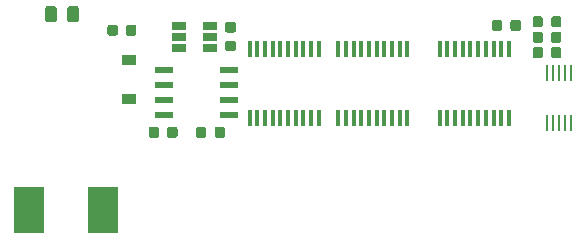
<source format=gbr>
G04 #@! TF.GenerationSoftware,KiCad,Pcbnew,(5.0.2)-1*
G04 #@! TF.CreationDate,2019-03-11T08:48:57-06:00*
G04 #@! TF.ProjectId,led_pi_board,6c65645f-7069-45f6-926f-6172642e6b69,rev?*
G04 #@! TF.SameCoordinates,Original*
G04 #@! TF.FileFunction,Paste,Top*
G04 #@! TF.FilePolarity,Positive*
%FSLAX46Y46*%
G04 Gerber Fmt 4.6, Leading zero omitted, Abs format (unit mm)*
G04 Created by KiCad (PCBNEW (5.0.2)-1) date 3/11/2019 8:48:57 AM*
%MOMM*%
%LPD*%
G01*
G04 APERTURE LIST*
%ADD10R,2.500000X4.000000*%
%ADD11R,1.524000X0.609600*%
%ADD12R,0.280000X1.470000*%
%ADD13C,0.100000*%
%ADD14C,0.875000*%
%ADD15R,0.355600X1.473200*%
%ADD16R,1.200000X0.900000*%
%ADD17R,1.220000X0.650000*%
%ADD18C,0.975000*%
G04 APERTURE END LIST*
D10*
G04 #@! TO.C,C3*
X114420000Y-128050000D03*
X108120000Y-128050000D03*
G04 #@! TD*
D11*
G04 #@! TO.C,U6*
X119556800Y-116210000D03*
X125043200Y-116210000D03*
X119556800Y-117480000D03*
X119556800Y-118750000D03*
X125043200Y-117480000D03*
X125043200Y-118750000D03*
X119556800Y-120020000D03*
X125043200Y-120020000D03*
G04 #@! TD*
D12*
G04 #@! TO.C,U5*
X152000000Y-116450000D03*
X152500000Y-116450000D03*
X153000000Y-116450000D03*
X153500000Y-116450000D03*
X154000000Y-116450000D03*
X154000000Y-120750000D03*
X153500000Y-120750000D03*
X153000000Y-120750000D03*
X152500000Y-120750000D03*
X152000000Y-120750000D03*
G04 #@! TD*
D13*
G04 #@! TO.C,C4*
G36*
X151452691Y-111676053D02*
X151473926Y-111679203D01*
X151494750Y-111684419D01*
X151514962Y-111691651D01*
X151534368Y-111700830D01*
X151552781Y-111711866D01*
X151570024Y-111724654D01*
X151585930Y-111739070D01*
X151600346Y-111754976D01*
X151613134Y-111772219D01*
X151624170Y-111790632D01*
X151633349Y-111810038D01*
X151640581Y-111830250D01*
X151645797Y-111851074D01*
X151648947Y-111872309D01*
X151650000Y-111893750D01*
X151650000Y-112406250D01*
X151648947Y-112427691D01*
X151645797Y-112448926D01*
X151640581Y-112469750D01*
X151633349Y-112489962D01*
X151624170Y-112509368D01*
X151613134Y-112527781D01*
X151600346Y-112545024D01*
X151585930Y-112560930D01*
X151570024Y-112575346D01*
X151552781Y-112588134D01*
X151534368Y-112599170D01*
X151514962Y-112608349D01*
X151494750Y-112615581D01*
X151473926Y-112620797D01*
X151452691Y-112623947D01*
X151431250Y-112625000D01*
X150993750Y-112625000D01*
X150972309Y-112623947D01*
X150951074Y-112620797D01*
X150930250Y-112615581D01*
X150910038Y-112608349D01*
X150890632Y-112599170D01*
X150872219Y-112588134D01*
X150854976Y-112575346D01*
X150839070Y-112560930D01*
X150824654Y-112545024D01*
X150811866Y-112527781D01*
X150800830Y-112509368D01*
X150791651Y-112489962D01*
X150784419Y-112469750D01*
X150779203Y-112448926D01*
X150776053Y-112427691D01*
X150775000Y-112406250D01*
X150775000Y-111893750D01*
X150776053Y-111872309D01*
X150779203Y-111851074D01*
X150784419Y-111830250D01*
X150791651Y-111810038D01*
X150800830Y-111790632D01*
X150811866Y-111772219D01*
X150824654Y-111754976D01*
X150839070Y-111739070D01*
X150854976Y-111724654D01*
X150872219Y-111711866D01*
X150890632Y-111700830D01*
X150910038Y-111691651D01*
X150930250Y-111684419D01*
X150951074Y-111679203D01*
X150972309Y-111676053D01*
X150993750Y-111675000D01*
X151431250Y-111675000D01*
X151452691Y-111676053D01*
X151452691Y-111676053D01*
G37*
D14*
X151212500Y-112150000D03*
D13*
G36*
X153027691Y-111676053D02*
X153048926Y-111679203D01*
X153069750Y-111684419D01*
X153089962Y-111691651D01*
X153109368Y-111700830D01*
X153127781Y-111711866D01*
X153145024Y-111724654D01*
X153160930Y-111739070D01*
X153175346Y-111754976D01*
X153188134Y-111772219D01*
X153199170Y-111790632D01*
X153208349Y-111810038D01*
X153215581Y-111830250D01*
X153220797Y-111851074D01*
X153223947Y-111872309D01*
X153225000Y-111893750D01*
X153225000Y-112406250D01*
X153223947Y-112427691D01*
X153220797Y-112448926D01*
X153215581Y-112469750D01*
X153208349Y-112489962D01*
X153199170Y-112509368D01*
X153188134Y-112527781D01*
X153175346Y-112545024D01*
X153160930Y-112560930D01*
X153145024Y-112575346D01*
X153127781Y-112588134D01*
X153109368Y-112599170D01*
X153089962Y-112608349D01*
X153069750Y-112615581D01*
X153048926Y-112620797D01*
X153027691Y-112623947D01*
X153006250Y-112625000D01*
X152568750Y-112625000D01*
X152547309Y-112623947D01*
X152526074Y-112620797D01*
X152505250Y-112615581D01*
X152485038Y-112608349D01*
X152465632Y-112599170D01*
X152447219Y-112588134D01*
X152429976Y-112575346D01*
X152414070Y-112560930D01*
X152399654Y-112545024D01*
X152386866Y-112527781D01*
X152375830Y-112509368D01*
X152366651Y-112489962D01*
X152359419Y-112469750D01*
X152354203Y-112448926D01*
X152351053Y-112427691D01*
X152350000Y-112406250D01*
X152350000Y-111893750D01*
X152351053Y-111872309D01*
X152354203Y-111851074D01*
X152359419Y-111830250D01*
X152366651Y-111810038D01*
X152375830Y-111790632D01*
X152386866Y-111772219D01*
X152399654Y-111754976D01*
X152414070Y-111739070D01*
X152429976Y-111724654D01*
X152447219Y-111711866D01*
X152465632Y-111700830D01*
X152485038Y-111691651D01*
X152505250Y-111684419D01*
X152526074Y-111679203D01*
X152547309Y-111676053D01*
X152568750Y-111675000D01*
X153006250Y-111675000D01*
X153027691Y-111676053D01*
X153027691Y-111676053D01*
G37*
D14*
X152787500Y-112150000D03*
G04 #@! TD*
D15*
G04 #@! TO.C,U4*
X148771000Y-114429000D03*
X148136000Y-114429000D03*
X147475600Y-114429000D03*
X146815200Y-114429000D03*
X146180200Y-114429000D03*
X145519800Y-114429000D03*
X144884800Y-114429000D03*
X144224400Y-114429000D03*
X143564000Y-114429000D03*
X142929000Y-114429000D03*
X142929000Y-120271000D03*
X143564000Y-120271000D03*
X144224400Y-120271000D03*
X144884800Y-120271000D03*
X145519800Y-120271000D03*
X146180200Y-120271000D03*
X146815200Y-120271000D03*
X147475600Y-120271000D03*
X148136000Y-120271000D03*
X148771000Y-120271000D03*
G04 #@! TD*
G04 #@! TO.C,U3*
X140171000Y-114429000D03*
X139536000Y-114429000D03*
X138875600Y-114429000D03*
X138215200Y-114429000D03*
X137580200Y-114429000D03*
X136919800Y-114429000D03*
X136284800Y-114429000D03*
X135624400Y-114429000D03*
X134964000Y-114429000D03*
X134329000Y-114429000D03*
X134329000Y-120271000D03*
X134964000Y-120271000D03*
X135624400Y-120271000D03*
X136284800Y-120271000D03*
X136919800Y-120271000D03*
X137580200Y-120271000D03*
X138215200Y-120271000D03*
X138875600Y-120271000D03*
X139536000Y-120271000D03*
X140171000Y-120271000D03*
G04 #@! TD*
G04 #@! TO.C,U2*
X132671000Y-114429000D03*
X132036000Y-114429000D03*
X131375600Y-114429000D03*
X130715200Y-114429000D03*
X130080200Y-114429000D03*
X129419800Y-114429000D03*
X128784800Y-114429000D03*
X128124400Y-114429000D03*
X127464000Y-114429000D03*
X126829000Y-114429000D03*
X126829000Y-120271000D03*
X127464000Y-120271000D03*
X128124400Y-120271000D03*
X128784800Y-120271000D03*
X129419800Y-120271000D03*
X130080200Y-120271000D03*
X130715200Y-120271000D03*
X131375600Y-120271000D03*
X132036000Y-120271000D03*
X132671000Y-120271000D03*
G04 #@! TD*
D16*
G04 #@! TO.C,D1*
X116600000Y-115350000D03*
X116600000Y-118650000D03*
G04 #@! TD*
D17*
G04 #@! TO.C,U1*
X120840000Y-112500000D03*
X120840000Y-113450000D03*
X120840000Y-114400000D03*
X123460000Y-114400000D03*
X123460000Y-113450000D03*
X123460000Y-112500000D03*
G04 #@! TD*
D13*
G04 #@! TO.C,D2*
G36*
X118952691Y-121026053D02*
X118973926Y-121029203D01*
X118994750Y-121034419D01*
X119014962Y-121041651D01*
X119034368Y-121050830D01*
X119052781Y-121061866D01*
X119070024Y-121074654D01*
X119085930Y-121089070D01*
X119100346Y-121104976D01*
X119113134Y-121122219D01*
X119124170Y-121140632D01*
X119133349Y-121160038D01*
X119140581Y-121180250D01*
X119145797Y-121201074D01*
X119148947Y-121222309D01*
X119150000Y-121243750D01*
X119150000Y-121756250D01*
X119148947Y-121777691D01*
X119145797Y-121798926D01*
X119140581Y-121819750D01*
X119133349Y-121839962D01*
X119124170Y-121859368D01*
X119113134Y-121877781D01*
X119100346Y-121895024D01*
X119085930Y-121910930D01*
X119070024Y-121925346D01*
X119052781Y-121938134D01*
X119034368Y-121949170D01*
X119014962Y-121958349D01*
X118994750Y-121965581D01*
X118973926Y-121970797D01*
X118952691Y-121973947D01*
X118931250Y-121975000D01*
X118493750Y-121975000D01*
X118472309Y-121973947D01*
X118451074Y-121970797D01*
X118430250Y-121965581D01*
X118410038Y-121958349D01*
X118390632Y-121949170D01*
X118372219Y-121938134D01*
X118354976Y-121925346D01*
X118339070Y-121910930D01*
X118324654Y-121895024D01*
X118311866Y-121877781D01*
X118300830Y-121859368D01*
X118291651Y-121839962D01*
X118284419Y-121819750D01*
X118279203Y-121798926D01*
X118276053Y-121777691D01*
X118275000Y-121756250D01*
X118275000Y-121243750D01*
X118276053Y-121222309D01*
X118279203Y-121201074D01*
X118284419Y-121180250D01*
X118291651Y-121160038D01*
X118300830Y-121140632D01*
X118311866Y-121122219D01*
X118324654Y-121104976D01*
X118339070Y-121089070D01*
X118354976Y-121074654D01*
X118372219Y-121061866D01*
X118390632Y-121050830D01*
X118410038Y-121041651D01*
X118430250Y-121034419D01*
X118451074Y-121029203D01*
X118472309Y-121026053D01*
X118493750Y-121025000D01*
X118931250Y-121025000D01*
X118952691Y-121026053D01*
X118952691Y-121026053D01*
G37*
D14*
X118712500Y-121500000D03*
D13*
G36*
X120527691Y-121026053D02*
X120548926Y-121029203D01*
X120569750Y-121034419D01*
X120589962Y-121041651D01*
X120609368Y-121050830D01*
X120627781Y-121061866D01*
X120645024Y-121074654D01*
X120660930Y-121089070D01*
X120675346Y-121104976D01*
X120688134Y-121122219D01*
X120699170Y-121140632D01*
X120708349Y-121160038D01*
X120715581Y-121180250D01*
X120720797Y-121201074D01*
X120723947Y-121222309D01*
X120725000Y-121243750D01*
X120725000Y-121756250D01*
X120723947Y-121777691D01*
X120720797Y-121798926D01*
X120715581Y-121819750D01*
X120708349Y-121839962D01*
X120699170Y-121859368D01*
X120688134Y-121877781D01*
X120675346Y-121895024D01*
X120660930Y-121910930D01*
X120645024Y-121925346D01*
X120627781Y-121938134D01*
X120609368Y-121949170D01*
X120589962Y-121958349D01*
X120569750Y-121965581D01*
X120548926Y-121970797D01*
X120527691Y-121973947D01*
X120506250Y-121975000D01*
X120068750Y-121975000D01*
X120047309Y-121973947D01*
X120026074Y-121970797D01*
X120005250Y-121965581D01*
X119985038Y-121958349D01*
X119965632Y-121949170D01*
X119947219Y-121938134D01*
X119929976Y-121925346D01*
X119914070Y-121910930D01*
X119899654Y-121895024D01*
X119886866Y-121877781D01*
X119875830Y-121859368D01*
X119866651Y-121839962D01*
X119859419Y-121819750D01*
X119854203Y-121798926D01*
X119851053Y-121777691D01*
X119850000Y-121756250D01*
X119850000Y-121243750D01*
X119851053Y-121222309D01*
X119854203Y-121201074D01*
X119859419Y-121180250D01*
X119866651Y-121160038D01*
X119875830Y-121140632D01*
X119886866Y-121122219D01*
X119899654Y-121104976D01*
X119914070Y-121089070D01*
X119929976Y-121074654D01*
X119947219Y-121061866D01*
X119965632Y-121050830D01*
X119985038Y-121041651D01*
X120005250Y-121034419D01*
X120026074Y-121029203D01*
X120047309Y-121026053D01*
X120068750Y-121025000D01*
X120506250Y-121025000D01*
X120527691Y-121026053D01*
X120527691Y-121026053D01*
G37*
D14*
X120287500Y-121500000D03*
G04 #@! TD*
D13*
G04 #@! TO.C,C2*
G36*
X117040191Y-112376053D02*
X117061426Y-112379203D01*
X117082250Y-112384419D01*
X117102462Y-112391651D01*
X117121868Y-112400830D01*
X117140281Y-112411866D01*
X117157524Y-112424654D01*
X117173430Y-112439070D01*
X117187846Y-112454976D01*
X117200634Y-112472219D01*
X117211670Y-112490632D01*
X117220849Y-112510038D01*
X117228081Y-112530250D01*
X117233297Y-112551074D01*
X117236447Y-112572309D01*
X117237500Y-112593750D01*
X117237500Y-113106250D01*
X117236447Y-113127691D01*
X117233297Y-113148926D01*
X117228081Y-113169750D01*
X117220849Y-113189962D01*
X117211670Y-113209368D01*
X117200634Y-113227781D01*
X117187846Y-113245024D01*
X117173430Y-113260930D01*
X117157524Y-113275346D01*
X117140281Y-113288134D01*
X117121868Y-113299170D01*
X117102462Y-113308349D01*
X117082250Y-113315581D01*
X117061426Y-113320797D01*
X117040191Y-113323947D01*
X117018750Y-113325000D01*
X116581250Y-113325000D01*
X116559809Y-113323947D01*
X116538574Y-113320797D01*
X116517750Y-113315581D01*
X116497538Y-113308349D01*
X116478132Y-113299170D01*
X116459719Y-113288134D01*
X116442476Y-113275346D01*
X116426570Y-113260930D01*
X116412154Y-113245024D01*
X116399366Y-113227781D01*
X116388330Y-113209368D01*
X116379151Y-113189962D01*
X116371919Y-113169750D01*
X116366703Y-113148926D01*
X116363553Y-113127691D01*
X116362500Y-113106250D01*
X116362500Y-112593750D01*
X116363553Y-112572309D01*
X116366703Y-112551074D01*
X116371919Y-112530250D01*
X116379151Y-112510038D01*
X116388330Y-112490632D01*
X116399366Y-112472219D01*
X116412154Y-112454976D01*
X116426570Y-112439070D01*
X116442476Y-112424654D01*
X116459719Y-112411866D01*
X116478132Y-112400830D01*
X116497538Y-112391651D01*
X116517750Y-112384419D01*
X116538574Y-112379203D01*
X116559809Y-112376053D01*
X116581250Y-112375000D01*
X117018750Y-112375000D01*
X117040191Y-112376053D01*
X117040191Y-112376053D01*
G37*
D14*
X116800000Y-112850000D03*
D13*
G36*
X115465191Y-112376053D02*
X115486426Y-112379203D01*
X115507250Y-112384419D01*
X115527462Y-112391651D01*
X115546868Y-112400830D01*
X115565281Y-112411866D01*
X115582524Y-112424654D01*
X115598430Y-112439070D01*
X115612846Y-112454976D01*
X115625634Y-112472219D01*
X115636670Y-112490632D01*
X115645849Y-112510038D01*
X115653081Y-112530250D01*
X115658297Y-112551074D01*
X115661447Y-112572309D01*
X115662500Y-112593750D01*
X115662500Y-113106250D01*
X115661447Y-113127691D01*
X115658297Y-113148926D01*
X115653081Y-113169750D01*
X115645849Y-113189962D01*
X115636670Y-113209368D01*
X115625634Y-113227781D01*
X115612846Y-113245024D01*
X115598430Y-113260930D01*
X115582524Y-113275346D01*
X115565281Y-113288134D01*
X115546868Y-113299170D01*
X115527462Y-113308349D01*
X115507250Y-113315581D01*
X115486426Y-113320797D01*
X115465191Y-113323947D01*
X115443750Y-113325000D01*
X115006250Y-113325000D01*
X114984809Y-113323947D01*
X114963574Y-113320797D01*
X114942750Y-113315581D01*
X114922538Y-113308349D01*
X114903132Y-113299170D01*
X114884719Y-113288134D01*
X114867476Y-113275346D01*
X114851570Y-113260930D01*
X114837154Y-113245024D01*
X114824366Y-113227781D01*
X114813330Y-113209368D01*
X114804151Y-113189962D01*
X114796919Y-113169750D01*
X114791703Y-113148926D01*
X114788553Y-113127691D01*
X114787500Y-113106250D01*
X114787500Y-112593750D01*
X114788553Y-112572309D01*
X114791703Y-112551074D01*
X114796919Y-112530250D01*
X114804151Y-112510038D01*
X114813330Y-112490632D01*
X114824366Y-112472219D01*
X114837154Y-112454976D01*
X114851570Y-112439070D01*
X114867476Y-112424654D01*
X114884719Y-112411866D01*
X114903132Y-112400830D01*
X114922538Y-112391651D01*
X114942750Y-112384419D01*
X114963574Y-112379203D01*
X114984809Y-112376053D01*
X115006250Y-112375000D01*
X115443750Y-112375000D01*
X115465191Y-112376053D01*
X115465191Y-112376053D01*
G37*
D14*
X115225000Y-112850000D03*
G04 #@! TD*
D13*
G04 #@! TO.C,C1*
G36*
X112142642Y-110801174D02*
X112166303Y-110804684D01*
X112189507Y-110810496D01*
X112212029Y-110818554D01*
X112233653Y-110828782D01*
X112254170Y-110841079D01*
X112273383Y-110855329D01*
X112291107Y-110871393D01*
X112307171Y-110889117D01*
X112321421Y-110908330D01*
X112333718Y-110928847D01*
X112343946Y-110950471D01*
X112352004Y-110972993D01*
X112357816Y-110996197D01*
X112361326Y-111019858D01*
X112362500Y-111043750D01*
X112362500Y-111956250D01*
X112361326Y-111980142D01*
X112357816Y-112003803D01*
X112352004Y-112027007D01*
X112343946Y-112049529D01*
X112333718Y-112071153D01*
X112321421Y-112091670D01*
X112307171Y-112110883D01*
X112291107Y-112128607D01*
X112273383Y-112144671D01*
X112254170Y-112158921D01*
X112233653Y-112171218D01*
X112212029Y-112181446D01*
X112189507Y-112189504D01*
X112166303Y-112195316D01*
X112142642Y-112198826D01*
X112118750Y-112200000D01*
X111631250Y-112200000D01*
X111607358Y-112198826D01*
X111583697Y-112195316D01*
X111560493Y-112189504D01*
X111537971Y-112181446D01*
X111516347Y-112171218D01*
X111495830Y-112158921D01*
X111476617Y-112144671D01*
X111458893Y-112128607D01*
X111442829Y-112110883D01*
X111428579Y-112091670D01*
X111416282Y-112071153D01*
X111406054Y-112049529D01*
X111397996Y-112027007D01*
X111392184Y-112003803D01*
X111388674Y-111980142D01*
X111387500Y-111956250D01*
X111387500Y-111043750D01*
X111388674Y-111019858D01*
X111392184Y-110996197D01*
X111397996Y-110972993D01*
X111406054Y-110950471D01*
X111416282Y-110928847D01*
X111428579Y-110908330D01*
X111442829Y-110889117D01*
X111458893Y-110871393D01*
X111476617Y-110855329D01*
X111495830Y-110841079D01*
X111516347Y-110828782D01*
X111537971Y-110818554D01*
X111560493Y-110810496D01*
X111583697Y-110804684D01*
X111607358Y-110801174D01*
X111631250Y-110800000D01*
X112118750Y-110800000D01*
X112142642Y-110801174D01*
X112142642Y-110801174D01*
G37*
D18*
X111875000Y-111500000D03*
D13*
G36*
X110267642Y-110801174D02*
X110291303Y-110804684D01*
X110314507Y-110810496D01*
X110337029Y-110818554D01*
X110358653Y-110828782D01*
X110379170Y-110841079D01*
X110398383Y-110855329D01*
X110416107Y-110871393D01*
X110432171Y-110889117D01*
X110446421Y-110908330D01*
X110458718Y-110928847D01*
X110468946Y-110950471D01*
X110477004Y-110972993D01*
X110482816Y-110996197D01*
X110486326Y-111019858D01*
X110487500Y-111043750D01*
X110487500Y-111956250D01*
X110486326Y-111980142D01*
X110482816Y-112003803D01*
X110477004Y-112027007D01*
X110468946Y-112049529D01*
X110458718Y-112071153D01*
X110446421Y-112091670D01*
X110432171Y-112110883D01*
X110416107Y-112128607D01*
X110398383Y-112144671D01*
X110379170Y-112158921D01*
X110358653Y-112171218D01*
X110337029Y-112181446D01*
X110314507Y-112189504D01*
X110291303Y-112195316D01*
X110267642Y-112198826D01*
X110243750Y-112200000D01*
X109756250Y-112200000D01*
X109732358Y-112198826D01*
X109708697Y-112195316D01*
X109685493Y-112189504D01*
X109662971Y-112181446D01*
X109641347Y-112171218D01*
X109620830Y-112158921D01*
X109601617Y-112144671D01*
X109583893Y-112128607D01*
X109567829Y-112110883D01*
X109553579Y-112091670D01*
X109541282Y-112071153D01*
X109531054Y-112049529D01*
X109522996Y-112027007D01*
X109517184Y-112003803D01*
X109513674Y-111980142D01*
X109512500Y-111956250D01*
X109512500Y-111043750D01*
X109513674Y-111019858D01*
X109517184Y-110996197D01*
X109522996Y-110972993D01*
X109531054Y-110950471D01*
X109541282Y-110928847D01*
X109553579Y-110908330D01*
X109567829Y-110889117D01*
X109583893Y-110871393D01*
X109601617Y-110855329D01*
X109620830Y-110841079D01*
X109641347Y-110828782D01*
X109662971Y-110818554D01*
X109685493Y-110810496D01*
X109708697Y-110804684D01*
X109732358Y-110801174D01*
X109756250Y-110800000D01*
X110243750Y-110800000D01*
X110267642Y-110801174D01*
X110267642Y-110801174D01*
G37*
D18*
X110000000Y-111500000D03*
G04 #@! TD*
D13*
G04 #@! TO.C,R1*
G36*
X125477691Y-113751053D02*
X125498926Y-113754203D01*
X125519750Y-113759419D01*
X125539962Y-113766651D01*
X125559368Y-113775830D01*
X125577781Y-113786866D01*
X125595024Y-113799654D01*
X125610930Y-113814070D01*
X125625346Y-113829976D01*
X125638134Y-113847219D01*
X125649170Y-113865632D01*
X125658349Y-113885038D01*
X125665581Y-113905250D01*
X125670797Y-113926074D01*
X125673947Y-113947309D01*
X125675000Y-113968750D01*
X125675000Y-114406250D01*
X125673947Y-114427691D01*
X125670797Y-114448926D01*
X125665581Y-114469750D01*
X125658349Y-114489962D01*
X125649170Y-114509368D01*
X125638134Y-114527781D01*
X125625346Y-114545024D01*
X125610930Y-114560930D01*
X125595024Y-114575346D01*
X125577781Y-114588134D01*
X125559368Y-114599170D01*
X125539962Y-114608349D01*
X125519750Y-114615581D01*
X125498926Y-114620797D01*
X125477691Y-114623947D01*
X125456250Y-114625000D01*
X124943750Y-114625000D01*
X124922309Y-114623947D01*
X124901074Y-114620797D01*
X124880250Y-114615581D01*
X124860038Y-114608349D01*
X124840632Y-114599170D01*
X124822219Y-114588134D01*
X124804976Y-114575346D01*
X124789070Y-114560930D01*
X124774654Y-114545024D01*
X124761866Y-114527781D01*
X124750830Y-114509368D01*
X124741651Y-114489962D01*
X124734419Y-114469750D01*
X124729203Y-114448926D01*
X124726053Y-114427691D01*
X124725000Y-114406250D01*
X124725000Y-113968750D01*
X124726053Y-113947309D01*
X124729203Y-113926074D01*
X124734419Y-113905250D01*
X124741651Y-113885038D01*
X124750830Y-113865632D01*
X124761866Y-113847219D01*
X124774654Y-113829976D01*
X124789070Y-113814070D01*
X124804976Y-113799654D01*
X124822219Y-113786866D01*
X124840632Y-113775830D01*
X124860038Y-113766651D01*
X124880250Y-113759419D01*
X124901074Y-113754203D01*
X124922309Y-113751053D01*
X124943750Y-113750000D01*
X125456250Y-113750000D01*
X125477691Y-113751053D01*
X125477691Y-113751053D01*
G37*
D14*
X125200000Y-114187500D03*
D13*
G36*
X125477691Y-112176053D02*
X125498926Y-112179203D01*
X125519750Y-112184419D01*
X125539962Y-112191651D01*
X125559368Y-112200830D01*
X125577781Y-112211866D01*
X125595024Y-112224654D01*
X125610930Y-112239070D01*
X125625346Y-112254976D01*
X125638134Y-112272219D01*
X125649170Y-112290632D01*
X125658349Y-112310038D01*
X125665581Y-112330250D01*
X125670797Y-112351074D01*
X125673947Y-112372309D01*
X125675000Y-112393750D01*
X125675000Y-112831250D01*
X125673947Y-112852691D01*
X125670797Y-112873926D01*
X125665581Y-112894750D01*
X125658349Y-112914962D01*
X125649170Y-112934368D01*
X125638134Y-112952781D01*
X125625346Y-112970024D01*
X125610930Y-112985930D01*
X125595024Y-113000346D01*
X125577781Y-113013134D01*
X125559368Y-113024170D01*
X125539962Y-113033349D01*
X125519750Y-113040581D01*
X125498926Y-113045797D01*
X125477691Y-113048947D01*
X125456250Y-113050000D01*
X124943750Y-113050000D01*
X124922309Y-113048947D01*
X124901074Y-113045797D01*
X124880250Y-113040581D01*
X124860038Y-113033349D01*
X124840632Y-113024170D01*
X124822219Y-113013134D01*
X124804976Y-113000346D01*
X124789070Y-112985930D01*
X124774654Y-112970024D01*
X124761866Y-112952781D01*
X124750830Y-112934368D01*
X124741651Y-112914962D01*
X124734419Y-112894750D01*
X124729203Y-112873926D01*
X124726053Y-112852691D01*
X124725000Y-112831250D01*
X124725000Y-112393750D01*
X124726053Y-112372309D01*
X124729203Y-112351074D01*
X124734419Y-112330250D01*
X124741651Y-112310038D01*
X124750830Y-112290632D01*
X124761866Y-112272219D01*
X124774654Y-112254976D01*
X124789070Y-112239070D01*
X124804976Y-112224654D01*
X124822219Y-112211866D01*
X124840632Y-112200830D01*
X124860038Y-112191651D01*
X124880250Y-112184419D01*
X124901074Y-112179203D01*
X124922309Y-112176053D01*
X124943750Y-112175000D01*
X125456250Y-112175000D01*
X125477691Y-112176053D01*
X125477691Y-112176053D01*
G37*
D14*
X125200000Y-112612500D03*
G04 #@! TD*
D13*
G04 #@! TO.C,R2*
G36*
X124527691Y-121026053D02*
X124548926Y-121029203D01*
X124569750Y-121034419D01*
X124589962Y-121041651D01*
X124609368Y-121050830D01*
X124627781Y-121061866D01*
X124645024Y-121074654D01*
X124660930Y-121089070D01*
X124675346Y-121104976D01*
X124688134Y-121122219D01*
X124699170Y-121140632D01*
X124708349Y-121160038D01*
X124715581Y-121180250D01*
X124720797Y-121201074D01*
X124723947Y-121222309D01*
X124725000Y-121243750D01*
X124725000Y-121756250D01*
X124723947Y-121777691D01*
X124720797Y-121798926D01*
X124715581Y-121819750D01*
X124708349Y-121839962D01*
X124699170Y-121859368D01*
X124688134Y-121877781D01*
X124675346Y-121895024D01*
X124660930Y-121910930D01*
X124645024Y-121925346D01*
X124627781Y-121938134D01*
X124609368Y-121949170D01*
X124589962Y-121958349D01*
X124569750Y-121965581D01*
X124548926Y-121970797D01*
X124527691Y-121973947D01*
X124506250Y-121975000D01*
X124068750Y-121975000D01*
X124047309Y-121973947D01*
X124026074Y-121970797D01*
X124005250Y-121965581D01*
X123985038Y-121958349D01*
X123965632Y-121949170D01*
X123947219Y-121938134D01*
X123929976Y-121925346D01*
X123914070Y-121910930D01*
X123899654Y-121895024D01*
X123886866Y-121877781D01*
X123875830Y-121859368D01*
X123866651Y-121839962D01*
X123859419Y-121819750D01*
X123854203Y-121798926D01*
X123851053Y-121777691D01*
X123850000Y-121756250D01*
X123850000Y-121243750D01*
X123851053Y-121222309D01*
X123854203Y-121201074D01*
X123859419Y-121180250D01*
X123866651Y-121160038D01*
X123875830Y-121140632D01*
X123886866Y-121122219D01*
X123899654Y-121104976D01*
X123914070Y-121089070D01*
X123929976Y-121074654D01*
X123947219Y-121061866D01*
X123965632Y-121050830D01*
X123985038Y-121041651D01*
X124005250Y-121034419D01*
X124026074Y-121029203D01*
X124047309Y-121026053D01*
X124068750Y-121025000D01*
X124506250Y-121025000D01*
X124527691Y-121026053D01*
X124527691Y-121026053D01*
G37*
D14*
X124287500Y-121500000D03*
D13*
G36*
X122952691Y-121026053D02*
X122973926Y-121029203D01*
X122994750Y-121034419D01*
X123014962Y-121041651D01*
X123034368Y-121050830D01*
X123052781Y-121061866D01*
X123070024Y-121074654D01*
X123085930Y-121089070D01*
X123100346Y-121104976D01*
X123113134Y-121122219D01*
X123124170Y-121140632D01*
X123133349Y-121160038D01*
X123140581Y-121180250D01*
X123145797Y-121201074D01*
X123148947Y-121222309D01*
X123150000Y-121243750D01*
X123150000Y-121756250D01*
X123148947Y-121777691D01*
X123145797Y-121798926D01*
X123140581Y-121819750D01*
X123133349Y-121839962D01*
X123124170Y-121859368D01*
X123113134Y-121877781D01*
X123100346Y-121895024D01*
X123085930Y-121910930D01*
X123070024Y-121925346D01*
X123052781Y-121938134D01*
X123034368Y-121949170D01*
X123014962Y-121958349D01*
X122994750Y-121965581D01*
X122973926Y-121970797D01*
X122952691Y-121973947D01*
X122931250Y-121975000D01*
X122493750Y-121975000D01*
X122472309Y-121973947D01*
X122451074Y-121970797D01*
X122430250Y-121965581D01*
X122410038Y-121958349D01*
X122390632Y-121949170D01*
X122372219Y-121938134D01*
X122354976Y-121925346D01*
X122339070Y-121910930D01*
X122324654Y-121895024D01*
X122311866Y-121877781D01*
X122300830Y-121859368D01*
X122291651Y-121839962D01*
X122284419Y-121819750D01*
X122279203Y-121798926D01*
X122276053Y-121777691D01*
X122275000Y-121756250D01*
X122275000Y-121243750D01*
X122276053Y-121222309D01*
X122279203Y-121201074D01*
X122284419Y-121180250D01*
X122291651Y-121160038D01*
X122300830Y-121140632D01*
X122311866Y-121122219D01*
X122324654Y-121104976D01*
X122339070Y-121089070D01*
X122354976Y-121074654D01*
X122372219Y-121061866D01*
X122390632Y-121050830D01*
X122410038Y-121041651D01*
X122430250Y-121034419D01*
X122451074Y-121029203D01*
X122472309Y-121026053D01*
X122493750Y-121025000D01*
X122931250Y-121025000D01*
X122952691Y-121026053D01*
X122952691Y-121026053D01*
G37*
D14*
X122712500Y-121500000D03*
G04 #@! TD*
D13*
G04 #@! TO.C,R3*
G36*
X149577691Y-111976053D02*
X149598926Y-111979203D01*
X149619750Y-111984419D01*
X149639962Y-111991651D01*
X149659368Y-112000830D01*
X149677781Y-112011866D01*
X149695024Y-112024654D01*
X149710930Y-112039070D01*
X149725346Y-112054976D01*
X149738134Y-112072219D01*
X149749170Y-112090632D01*
X149758349Y-112110038D01*
X149765581Y-112130250D01*
X149770797Y-112151074D01*
X149773947Y-112172309D01*
X149775000Y-112193750D01*
X149775000Y-112706250D01*
X149773947Y-112727691D01*
X149770797Y-112748926D01*
X149765581Y-112769750D01*
X149758349Y-112789962D01*
X149749170Y-112809368D01*
X149738134Y-112827781D01*
X149725346Y-112845024D01*
X149710930Y-112860930D01*
X149695024Y-112875346D01*
X149677781Y-112888134D01*
X149659368Y-112899170D01*
X149639962Y-112908349D01*
X149619750Y-112915581D01*
X149598926Y-112920797D01*
X149577691Y-112923947D01*
X149556250Y-112925000D01*
X149118750Y-112925000D01*
X149097309Y-112923947D01*
X149076074Y-112920797D01*
X149055250Y-112915581D01*
X149035038Y-112908349D01*
X149015632Y-112899170D01*
X148997219Y-112888134D01*
X148979976Y-112875346D01*
X148964070Y-112860930D01*
X148949654Y-112845024D01*
X148936866Y-112827781D01*
X148925830Y-112809368D01*
X148916651Y-112789962D01*
X148909419Y-112769750D01*
X148904203Y-112748926D01*
X148901053Y-112727691D01*
X148900000Y-112706250D01*
X148900000Y-112193750D01*
X148901053Y-112172309D01*
X148904203Y-112151074D01*
X148909419Y-112130250D01*
X148916651Y-112110038D01*
X148925830Y-112090632D01*
X148936866Y-112072219D01*
X148949654Y-112054976D01*
X148964070Y-112039070D01*
X148979976Y-112024654D01*
X148997219Y-112011866D01*
X149015632Y-112000830D01*
X149035038Y-111991651D01*
X149055250Y-111984419D01*
X149076074Y-111979203D01*
X149097309Y-111976053D01*
X149118750Y-111975000D01*
X149556250Y-111975000D01*
X149577691Y-111976053D01*
X149577691Y-111976053D01*
G37*
D14*
X149337500Y-112450000D03*
D13*
G36*
X148002691Y-111976053D02*
X148023926Y-111979203D01*
X148044750Y-111984419D01*
X148064962Y-111991651D01*
X148084368Y-112000830D01*
X148102781Y-112011866D01*
X148120024Y-112024654D01*
X148135930Y-112039070D01*
X148150346Y-112054976D01*
X148163134Y-112072219D01*
X148174170Y-112090632D01*
X148183349Y-112110038D01*
X148190581Y-112130250D01*
X148195797Y-112151074D01*
X148198947Y-112172309D01*
X148200000Y-112193750D01*
X148200000Y-112706250D01*
X148198947Y-112727691D01*
X148195797Y-112748926D01*
X148190581Y-112769750D01*
X148183349Y-112789962D01*
X148174170Y-112809368D01*
X148163134Y-112827781D01*
X148150346Y-112845024D01*
X148135930Y-112860930D01*
X148120024Y-112875346D01*
X148102781Y-112888134D01*
X148084368Y-112899170D01*
X148064962Y-112908349D01*
X148044750Y-112915581D01*
X148023926Y-112920797D01*
X148002691Y-112923947D01*
X147981250Y-112925000D01*
X147543750Y-112925000D01*
X147522309Y-112923947D01*
X147501074Y-112920797D01*
X147480250Y-112915581D01*
X147460038Y-112908349D01*
X147440632Y-112899170D01*
X147422219Y-112888134D01*
X147404976Y-112875346D01*
X147389070Y-112860930D01*
X147374654Y-112845024D01*
X147361866Y-112827781D01*
X147350830Y-112809368D01*
X147341651Y-112789962D01*
X147334419Y-112769750D01*
X147329203Y-112748926D01*
X147326053Y-112727691D01*
X147325000Y-112706250D01*
X147325000Y-112193750D01*
X147326053Y-112172309D01*
X147329203Y-112151074D01*
X147334419Y-112130250D01*
X147341651Y-112110038D01*
X147350830Y-112090632D01*
X147361866Y-112072219D01*
X147374654Y-112054976D01*
X147389070Y-112039070D01*
X147404976Y-112024654D01*
X147422219Y-112011866D01*
X147440632Y-112000830D01*
X147460038Y-111991651D01*
X147480250Y-111984419D01*
X147501074Y-111979203D01*
X147522309Y-111976053D01*
X147543750Y-111975000D01*
X147981250Y-111975000D01*
X148002691Y-111976053D01*
X148002691Y-111976053D01*
G37*
D14*
X147762500Y-112450000D03*
G04 #@! TD*
D13*
G04 #@! TO.C,R4*
G36*
X151452691Y-114276053D02*
X151473926Y-114279203D01*
X151494750Y-114284419D01*
X151514962Y-114291651D01*
X151534368Y-114300830D01*
X151552781Y-114311866D01*
X151570024Y-114324654D01*
X151585930Y-114339070D01*
X151600346Y-114354976D01*
X151613134Y-114372219D01*
X151624170Y-114390632D01*
X151633349Y-114410038D01*
X151640581Y-114430250D01*
X151645797Y-114451074D01*
X151648947Y-114472309D01*
X151650000Y-114493750D01*
X151650000Y-115006250D01*
X151648947Y-115027691D01*
X151645797Y-115048926D01*
X151640581Y-115069750D01*
X151633349Y-115089962D01*
X151624170Y-115109368D01*
X151613134Y-115127781D01*
X151600346Y-115145024D01*
X151585930Y-115160930D01*
X151570024Y-115175346D01*
X151552781Y-115188134D01*
X151534368Y-115199170D01*
X151514962Y-115208349D01*
X151494750Y-115215581D01*
X151473926Y-115220797D01*
X151452691Y-115223947D01*
X151431250Y-115225000D01*
X150993750Y-115225000D01*
X150972309Y-115223947D01*
X150951074Y-115220797D01*
X150930250Y-115215581D01*
X150910038Y-115208349D01*
X150890632Y-115199170D01*
X150872219Y-115188134D01*
X150854976Y-115175346D01*
X150839070Y-115160930D01*
X150824654Y-115145024D01*
X150811866Y-115127781D01*
X150800830Y-115109368D01*
X150791651Y-115089962D01*
X150784419Y-115069750D01*
X150779203Y-115048926D01*
X150776053Y-115027691D01*
X150775000Y-115006250D01*
X150775000Y-114493750D01*
X150776053Y-114472309D01*
X150779203Y-114451074D01*
X150784419Y-114430250D01*
X150791651Y-114410038D01*
X150800830Y-114390632D01*
X150811866Y-114372219D01*
X150824654Y-114354976D01*
X150839070Y-114339070D01*
X150854976Y-114324654D01*
X150872219Y-114311866D01*
X150890632Y-114300830D01*
X150910038Y-114291651D01*
X150930250Y-114284419D01*
X150951074Y-114279203D01*
X150972309Y-114276053D01*
X150993750Y-114275000D01*
X151431250Y-114275000D01*
X151452691Y-114276053D01*
X151452691Y-114276053D01*
G37*
D14*
X151212500Y-114750000D03*
D13*
G36*
X153027691Y-114276053D02*
X153048926Y-114279203D01*
X153069750Y-114284419D01*
X153089962Y-114291651D01*
X153109368Y-114300830D01*
X153127781Y-114311866D01*
X153145024Y-114324654D01*
X153160930Y-114339070D01*
X153175346Y-114354976D01*
X153188134Y-114372219D01*
X153199170Y-114390632D01*
X153208349Y-114410038D01*
X153215581Y-114430250D01*
X153220797Y-114451074D01*
X153223947Y-114472309D01*
X153225000Y-114493750D01*
X153225000Y-115006250D01*
X153223947Y-115027691D01*
X153220797Y-115048926D01*
X153215581Y-115069750D01*
X153208349Y-115089962D01*
X153199170Y-115109368D01*
X153188134Y-115127781D01*
X153175346Y-115145024D01*
X153160930Y-115160930D01*
X153145024Y-115175346D01*
X153127781Y-115188134D01*
X153109368Y-115199170D01*
X153089962Y-115208349D01*
X153069750Y-115215581D01*
X153048926Y-115220797D01*
X153027691Y-115223947D01*
X153006250Y-115225000D01*
X152568750Y-115225000D01*
X152547309Y-115223947D01*
X152526074Y-115220797D01*
X152505250Y-115215581D01*
X152485038Y-115208349D01*
X152465632Y-115199170D01*
X152447219Y-115188134D01*
X152429976Y-115175346D01*
X152414070Y-115160930D01*
X152399654Y-115145024D01*
X152386866Y-115127781D01*
X152375830Y-115109368D01*
X152366651Y-115089962D01*
X152359419Y-115069750D01*
X152354203Y-115048926D01*
X152351053Y-115027691D01*
X152350000Y-115006250D01*
X152350000Y-114493750D01*
X152351053Y-114472309D01*
X152354203Y-114451074D01*
X152359419Y-114430250D01*
X152366651Y-114410038D01*
X152375830Y-114390632D01*
X152386866Y-114372219D01*
X152399654Y-114354976D01*
X152414070Y-114339070D01*
X152429976Y-114324654D01*
X152447219Y-114311866D01*
X152465632Y-114300830D01*
X152485038Y-114291651D01*
X152505250Y-114284419D01*
X152526074Y-114279203D01*
X152547309Y-114276053D01*
X152568750Y-114275000D01*
X153006250Y-114275000D01*
X153027691Y-114276053D01*
X153027691Y-114276053D01*
G37*
D14*
X152787500Y-114750000D03*
G04 #@! TD*
D13*
G04 #@! TO.C,R5*
G36*
X153027691Y-112976053D02*
X153048926Y-112979203D01*
X153069750Y-112984419D01*
X153089962Y-112991651D01*
X153109368Y-113000830D01*
X153127781Y-113011866D01*
X153145024Y-113024654D01*
X153160930Y-113039070D01*
X153175346Y-113054976D01*
X153188134Y-113072219D01*
X153199170Y-113090632D01*
X153208349Y-113110038D01*
X153215581Y-113130250D01*
X153220797Y-113151074D01*
X153223947Y-113172309D01*
X153225000Y-113193750D01*
X153225000Y-113706250D01*
X153223947Y-113727691D01*
X153220797Y-113748926D01*
X153215581Y-113769750D01*
X153208349Y-113789962D01*
X153199170Y-113809368D01*
X153188134Y-113827781D01*
X153175346Y-113845024D01*
X153160930Y-113860930D01*
X153145024Y-113875346D01*
X153127781Y-113888134D01*
X153109368Y-113899170D01*
X153089962Y-113908349D01*
X153069750Y-113915581D01*
X153048926Y-113920797D01*
X153027691Y-113923947D01*
X153006250Y-113925000D01*
X152568750Y-113925000D01*
X152547309Y-113923947D01*
X152526074Y-113920797D01*
X152505250Y-113915581D01*
X152485038Y-113908349D01*
X152465632Y-113899170D01*
X152447219Y-113888134D01*
X152429976Y-113875346D01*
X152414070Y-113860930D01*
X152399654Y-113845024D01*
X152386866Y-113827781D01*
X152375830Y-113809368D01*
X152366651Y-113789962D01*
X152359419Y-113769750D01*
X152354203Y-113748926D01*
X152351053Y-113727691D01*
X152350000Y-113706250D01*
X152350000Y-113193750D01*
X152351053Y-113172309D01*
X152354203Y-113151074D01*
X152359419Y-113130250D01*
X152366651Y-113110038D01*
X152375830Y-113090632D01*
X152386866Y-113072219D01*
X152399654Y-113054976D01*
X152414070Y-113039070D01*
X152429976Y-113024654D01*
X152447219Y-113011866D01*
X152465632Y-113000830D01*
X152485038Y-112991651D01*
X152505250Y-112984419D01*
X152526074Y-112979203D01*
X152547309Y-112976053D01*
X152568750Y-112975000D01*
X153006250Y-112975000D01*
X153027691Y-112976053D01*
X153027691Y-112976053D01*
G37*
D14*
X152787500Y-113450000D03*
D13*
G36*
X151452691Y-112976053D02*
X151473926Y-112979203D01*
X151494750Y-112984419D01*
X151514962Y-112991651D01*
X151534368Y-113000830D01*
X151552781Y-113011866D01*
X151570024Y-113024654D01*
X151585930Y-113039070D01*
X151600346Y-113054976D01*
X151613134Y-113072219D01*
X151624170Y-113090632D01*
X151633349Y-113110038D01*
X151640581Y-113130250D01*
X151645797Y-113151074D01*
X151648947Y-113172309D01*
X151650000Y-113193750D01*
X151650000Y-113706250D01*
X151648947Y-113727691D01*
X151645797Y-113748926D01*
X151640581Y-113769750D01*
X151633349Y-113789962D01*
X151624170Y-113809368D01*
X151613134Y-113827781D01*
X151600346Y-113845024D01*
X151585930Y-113860930D01*
X151570024Y-113875346D01*
X151552781Y-113888134D01*
X151534368Y-113899170D01*
X151514962Y-113908349D01*
X151494750Y-113915581D01*
X151473926Y-113920797D01*
X151452691Y-113923947D01*
X151431250Y-113925000D01*
X150993750Y-113925000D01*
X150972309Y-113923947D01*
X150951074Y-113920797D01*
X150930250Y-113915581D01*
X150910038Y-113908349D01*
X150890632Y-113899170D01*
X150872219Y-113888134D01*
X150854976Y-113875346D01*
X150839070Y-113860930D01*
X150824654Y-113845024D01*
X150811866Y-113827781D01*
X150800830Y-113809368D01*
X150791651Y-113789962D01*
X150784419Y-113769750D01*
X150779203Y-113748926D01*
X150776053Y-113727691D01*
X150775000Y-113706250D01*
X150775000Y-113193750D01*
X150776053Y-113172309D01*
X150779203Y-113151074D01*
X150784419Y-113130250D01*
X150791651Y-113110038D01*
X150800830Y-113090632D01*
X150811866Y-113072219D01*
X150824654Y-113054976D01*
X150839070Y-113039070D01*
X150854976Y-113024654D01*
X150872219Y-113011866D01*
X150890632Y-113000830D01*
X150910038Y-112991651D01*
X150930250Y-112984419D01*
X150951074Y-112979203D01*
X150972309Y-112976053D01*
X150993750Y-112975000D01*
X151431250Y-112975000D01*
X151452691Y-112976053D01*
X151452691Y-112976053D01*
G37*
D14*
X151212500Y-113450000D03*
G04 #@! TD*
M02*

</source>
